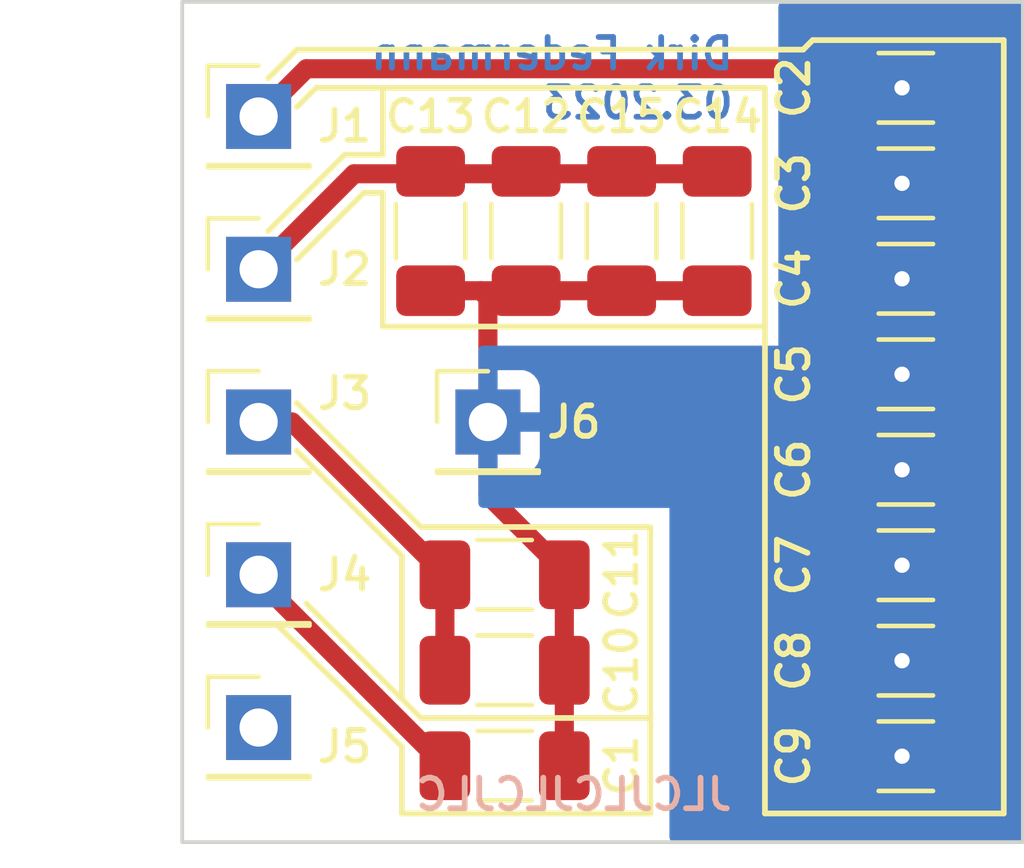
<source format=kicad_pcb>
(kicad_pcb (version 20221018) (generator pcbnew)
  (title_block (title "Capacitor Decadebox 1206") (date "2023-03-10") (rev "1"))
  (layers (0 "F.Cu" signal) (31 "B.Cu" signal) (34 "B.Paste" user) (35 "F.Paste" user) (36 "B.SilkS" user "B.Silkscreen") (37 "F.SilkS" user "F.Silkscreen") (38 "B.Mask" user) (39 "F.Mask" user) (44 "Edge.Cuts" user))
  (net 0 "")
  (net 1 "/1")
  (net 2 "Net-(C1-Pad2)")
  (net 3 "/8")
  (net 4 "/2")
  (net 5 "/4")
  (footprint "Capacitor_SMD:C_1206_3216Metric_Pad1.33x1.80mm_HandSolder" (layer "F.Cu") (at 153.0375 108.45)
    (fp_text reference "C9" (at -2.9375 0 90) (layer "F.SilkS") (effects (font (size 0.8 0.8))))
    (fp_text value "C")
    (fp_line (start -0.711252 -0.91) (end 0.711252 -0.91) (stroke (width 0.12)) (layer "F.SilkS"))
    (fp_line (start -0.711252 0.91) (end 0.711252 0.91) (stroke (width 0.12)) (layer "F.SilkS"))
    (pad "1" smd roundrect (at -1.5625 0) (size 1.325 1.8) (layers "F.Cu" "F.Paste" "F.Mask") (roundrect_rratio 0.1886792453) (net 3 "/8"))
    (pad "2" smd roundrect (at 1.5625 0) (size 1.325 1.8) (layers "F.Cu" "F.Paste" "F.Mask") (roundrect_rratio 0.1886792453) (net 2 "Net-(C1-Pad2)"))
  )
  (footprint "Capacitor_SMD:C_1206_3216Metric_Pad1.33x1.80mm_HandSolder" (layer "F.Cu") (at 153.0375 105.95)
    (fp_text reference "C8" (at -2.9375 0 90) (layer "F.SilkS") (effects (font (size 0.8 0.8))))
    (fp_text value "C")
    (fp_line (start -0.711252 -0.91) (end 0.711252 -0.91) (stroke (width 0.12)) (layer "F.SilkS"))
    (fp_line (start -0.711252 0.91) (end 0.711252 0.91) (stroke (width 0.12)) (layer "F.SilkS"))
    (pad "1" smd roundrect (at -1.5625 0) (size 1.325 1.8) (layers "F.Cu" "F.Paste" "F.Mask") (roundrect_rratio 0.1886792453) (net 3 "/8"))
    (pad "2" smd roundrect (at 1.5625 0) (size 1.325 1.8) (layers "F.Cu" "F.Paste" "F.Mask") (roundrect_rratio 0.1886792453) (net 2 "Net-(C1-Pad2)"))
  )
  (footprint "Capacitor_SMD:C_1206_3216Metric_Pad1.33x1.80mm_HandSolder" (layer "F.Cu") (at 143.1 94.7 -90)
    (fp_text reference "C12" (at -3 0) (layer "F.SilkS") (effects (font (size 0.8 0.8))))
    (fp_text value "C")
    (fp_line (start -0.711252 -0.91) (end 0.711252 -0.91) (stroke (width 0.12)) (layer "F.SilkS"))
    (fp_line (start -0.711252 0.91) (end 0.711252 0.91) (stroke (width 0.12)) (layer "F.SilkS"))
    (pad "1" smd roundrect (at -1.5625 0 270) (size 1.325 1.8) (layers "F.Cu" "F.Paste" "F.Mask") (roundrect_rratio 0.1886792453) (net 5 "/4"))
    (pad "2" smd roundrect (at 1.5625 0 270) (size 1.325 1.8) (layers "F.Cu" "F.Paste" "F.Mask") (roundrect_rratio 0.1886792453) (net 2 "Net-(C1-Pad2)"))
  )
  (footprint "Connector_PinHeader_2.54mm:PinHeader_1x01_P2.54mm_Vertical" (layer "F.Cu") (at 136.1 103.7)
    (fp_text reference "J4" (at 2.25 0) (layer "F.SilkS") (effects (font (size 0.8 0.8))))
    (fp_text value "Conn_01x01_Male")
    (fp_line (start -1.33 -1.33) (end 0 -1.33) (stroke (width 0.12)) (layer "F.SilkS"))
    (fp_line (start -1.33 0) (end -1.33 -1.33) (stroke (width 0.12)) (layer "F.SilkS"))
    (fp_line (start -1.33 1.27) (end -1.33 1.33) (stroke (width 0.12)) (layer "F.SilkS"))
    (fp_line (start -1.33 1.27) (end 1.33 1.27) (stroke (width 0.12)) (layer "F.SilkS"))
    (fp_line (start -1.33 1.33) (end 1.33 1.33) (stroke (width 0.12)) (layer "F.SilkS"))
    (fp_line (start 1.33 1.27) (end 1.33 1.33) (stroke (width 0.12)) (layer "F.SilkS"))
    (pad "1" thru_hole rect (at 0 0) (size 1.7 1.7) (drill 1) (layers "*.Cu" "*.Mask") (net 1 "/1"))
  )
  (footprint "Connector_PinHeader_2.54mm:PinHeader_1x01_P2.54mm_Vertical" (layer "F.Cu") (at 136.1 107.7)
    (fp_text reference "J5" (at 2.25 0.5) (layer "F.SilkS") (effects (font (size 0.8 0.8))))
    (fp_text value "Conn_01x01_Male")
    (fp_line (start -1.33 -1.33) (end 0 -1.33) (stroke (width 0.12)) (layer "F.SilkS"))
    (fp_line (start -1.33 0) (end -1.33 -1.33) (stroke (width 0.12)) (layer "F.SilkS"))
    (fp_line (start -1.33 1.27) (end -1.33 1.33) (stroke (width 0.12)) (layer "F.SilkS"))
    (fp_line (start -1.33 1.27) (end 1.33 1.27) (stroke (width 0.12)) (layer "F.SilkS"))
    (fp_line (start -1.33 1.33) (end 1.33 1.33) (stroke (width 0.12)) (layer "F.SilkS"))
    (fp_line (start 1.33 1.27) (end 1.33 1.33) (stroke (width 0.12)) (layer "F.SilkS"))
    (pad "1" thru_hole rect (at 0 0) (size 1.7 1.7) (drill 1) (layers "*.Cu" "*.Mask"))
  )
  (footprint "Capacitor_SMD:C_1206_3216Metric_Pad1.33x1.80mm_HandSolder" (layer "F.Cu") (at 145.6 94.7 -90)
    (fp_text reference "C15" (at -3 0 180) (layer "F.SilkS") (effects (font (size 0.8 0.8))))
    (fp_text value "C")
    (fp_line (start -0.711252 -0.91) (end 0.711252 -0.91) (stroke (width 0.12)) (layer "F.SilkS"))
    (fp_line (start -0.711252 0.91) (end 0.711252 0.91) (stroke (width 0.12)) (layer "F.SilkS"))
    (pad "1" smd roundrect (at -1.5625 0 270) (size 1.325 1.8) (layers "F.Cu" "F.Paste" "F.Mask") (roundrect_rratio 0.1886792453) (net 5 "/4"))
    (pad "2" smd roundrect (at 1.5625 0 270) (size 1.325 1.8) (layers "F.Cu" "F.Paste" "F.Mask") (roundrect_rratio 0.1886792453) (net 2 "Net-(C1-Pad2)"))
  )
  (footprint "Capacitor_SMD:C_1206_3216Metric_Pad1.33x1.80mm_HandSolder" (layer "F.Cu") (at 140.6 94.7 -90)
    (fp_text reference "C13" (at -3 0 180) (layer "F.SilkS") (effects (font (size 0.8 0.8))))
    (fp_text value "C")
    (fp_line (start -0.711252 -0.91) (end 0.711252 -0.91) (stroke (width 0.12)) (layer "F.SilkS"))
    (fp_line (start -0.711252 0.91) (end 0.711252 0.91) (stroke (width 0.12)) (layer "F.SilkS"))
    (pad "1" smd roundrect (at -1.5625 0 270) (size 1.325 1.8) (layers "F.Cu" "F.Paste" "F.Mask") (roundrect_rratio 0.1886792453) (net 5 "/4"))
    (pad "2" smd roundrect (at 1.5625 0 270) (size 1.325 1.8) (layers "F.Cu" "F.Paste" "F.Mask") (roundrect_rratio 0.1886792453) (net 2 "Net-(C1-Pad2)"))
  )
  (footprint "Connector_PinHeader_2.54mm:PinHeader_1x01_P2.54mm_Vertical" (layer "F.Cu") (at 136.1 91.7)
    (fp_text reference "J1" (at 2.25 0.25) (layer "F.SilkS") (effects (font (size 0.8 0.8))))
    (fp_text value "Conn_01x01_Male")
    (fp_line (start -1.33 -1.33) (end 0 -1.33) (stroke (width 0.12)) (layer "F.SilkS"))
    (fp_line (start -1.33 0) (end -1.33 -1.33) (stroke (width 0.12)) (layer "F.SilkS"))
    (fp_line (start -1.33 1.27) (end -1.33 1.33) (stroke (width 0.12)) (layer "F.SilkS"))
    (fp_line (start -1.33 1.27) (end 1.33 1.27) (stroke (width 0.12)) (layer "F.SilkS"))
    (fp_line (start -1.33 1.33) (end 1.33 1.33) (stroke (width 0.12)) (layer "F.SilkS"))
    (fp_line (start 1.33 1.27) (end 1.33 1.33) (stroke (width 0.12)) (layer "F.SilkS"))
    (pad "1" thru_hole rect (at 0 0) (size 1.7 1.7) (drill 1) (layers "*.Cu" "*.Mask") (net 3 "/8"))
  )
  (footprint "Connector_PinHeader_2.54mm:PinHeader_1x01_P2.54mm_Vertical" (layer "F.Cu") (at 142.1 99.7)
    (fp_text reference "J6" (at 2.25 0) (layer "F.SilkS") (effects (font (size 0.8 0.8))))
    (fp_text value "Conn_01x01_Male")
    (fp_line (start -1.33 -1.33) (end 0 -1.33) (stroke (width 0.12)) (layer "F.SilkS"))
    (fp_line (start -1.33 0) (end -1.33 -1.33) (stroke (width 0.12)) (layer "F.SilkS"))
    (fp_line (start -1.33 1.27) (end -1.33 1.33) (stroke (width 0.12)) (layer "F.SilkS"))
    (fp_line (start -1.33 1.27) (end 1.33 1.27) (stroke (width 0.12)) (layer "F.SilkS"))
    (fp_line (start -1.33 1.33) (end 1.33 1.33) (stroke (width 0.12)) (layer "F.SilkS"))
    (fp_line (start 1.33 1.27) (end 1.33 1.33) (stroke (width 0.12)) (layer "F.SilkS"))
    (pad "1" thru_hole rect (at 0 0) (size 1.7 1.7) (drill 1) (layers "*.Cu" "*.Mask") (net 2 "Net-(C1-Pad2)"))
  )
  (footprint "Capacitor_SMD:C_1206_3216Metric_Pad1.33x1.80mm_HandSolder" (layer "F.Cu") (at 142.5375 106.2)
    (fp_text reference "C10" (at 3.0625 0 90) (layer "F.SilkS") (effects (font (size 0.8 0.8))))
    (fp_text value "C")
    (fp_line (start -0.711252 -0.91) (end 0.711252 -0.91) (stroke (width 0.12)) (layer "F.SilkS"))
    (fp_line (start -0.711252 0.91) (end 0.711252 0.91) (stroke (width 0.12)) (layer "F.SilkS"))
    (pad "1" smd roundrect (at -1.5625 0) (size 1.325 1.8) (layers "F.Cu" "F.Paste" "F.Mask") (roundrect_rratio 0.1886792453) (net 4 "/2"))
    (pad "2" smd roundrect (at 1.5625 0) (size 1.325 1.8) (layers "F.Cu" "F.Paste" "F.Mask") (roundrect_rratio 0.1886792453) (net 2 "Net-(C1-Pad2)"))
  )
  (footprint "Capacitor_SMD:C_1206_3216Metric_Pad1.33x1.80mm_HandSolder" (layer "F.Cu") (at 148.1 94.7 -90)
    (fp_text reference "C14" (at -3 0 180) (layer "F.SilkS") (effects (font (size 0.8 0.8))))
    (fp_text value "C")
    (fp_line (start -0.711252 -0.91) (end 0.711252 -0.91) (stroke (width 0.12)) (layer "F.SilkS"))
    (fp_line (start -0.711252 0.91) (end 0.711252 0.91) (stroke (width 0.12)) (layer "F.SilkS"))
    (pad "1" smd roundrect (at -1.5625 0 270) (size 1.325 1.8) (layers "F.Cu" "F.Paste" "F.Mask") (roundrect_rratio 0.1886792453) (net 5 "/4"))
    (pad "2" smd roundrect (at 1.5625 0 270) (size 1.325 1.8) (layers "F.Cu" "F.Paste" "F.Mask") (roundrect_rratio 0.1886792453) (net 2 "Net-(C1-Pad2)"))
  )
  (footprint "Capacitor_SMD:C_1206_3216Metric_Pad1.33x1.80mm_HandSolder" (layer "F.Cu") (at 153.0375 103.45)
    (fp_text reference "C7" (at -2.9375 0 90) (layer "F.SilkS") (effects (font (size 0.8 0.8))))
    (fp_text value "C")
    (fp_line (start -0.711252 -0.91) (end 0.711252 -0.91) (stroke (width 0.12)) (layer "F.SilkS"))
    (fp_line (start -0.711252 0.91) (end 0.711252 0.91) (stroke (width 0.12)) (layer "F.SilkS"))
    (pad "1" smd roundrect (at -1.5625 0) (size 1.325 1.8) (layers "F.Cu" "F.Paste" "F.Mask") (roundrect_rratio 0.1886792453) (net 3 "/8"))
    (pad "2" smd roundrect (at 1.5625 0) (size 1.325 1.8) (layers "F.Cu" "F.Paste" "F.Mask") (roundrect_rratio 0.1886792453) (net 2 "Net-(C1-Pad2)"))
  )
  (footprint "Capacitor_SMD:C_1206_3216Metric_Pad1.33x1.80mm_HandSolder" (layer "F.Cu") (at 153.0375 93.45)
    (fp_text reference "C3" (at -2.9375 0 90) (layer "F.SilkS") (effects (font (size 0.8 0.8))))
    (fp_text value "C")
    (fp_line (start -0.711252 -0.91) (end 0.711252 -0.91) (stroke (width 0.12)) (layer "F.SilkS"))
    (fp_line (start -0.711252 0.91) (end 0.711252 0.91) (stroke (width 0.12)) (layer "F.SilkS"))
    (pad "1" smd roundrect (at -1.5625 0) (size 1.325 1.8) (layers "F.Cu" "F.Paste" "F.Mask") (roundrect_rratio 0.1886792453) (net 3 "/8"))
    (pad "2" smd roundrect (at 1.5625 0) (size 1.325 1.8) (layers "F.Cu" "F.Paste" "F.Mask") (roundrect_rratio 0.1886792453) (net 2 "Net-(C1-Pad2)"))
  )
  (footprint "Connector_PinHeader_2.54mm:PinHeader_1x01_P2.54mm_Vertical" (layer "F.Cu") (at 136.1 99.7)
    (fp_text reference "J3" (at 2.25 -0.75) (layer "F.SilkS") (effects (font (size 0.8 0.8))))
    (fp_text value "Conn_01x01_Male")
    (fp_line (start -1.33 -1.33) (end 0 -1.33) (stroke (width 0.12)) (layer "F.SilkS"))
    (fp_line (start -1.33 0) (end -1.33 -1.33) (stroke (width 0.12)) (layer "F.SilkS"))
    (fp_line (start -1.33 1.27) (end -1.33 1.33) (stroke (width 0.12)) (layer "F.SilkS"))
    (fp_line (start -1.33 1.27) (end 1.33 1.27) (stroke (width 0.12)) (layer "F.SilkS"))
    (fp_line (start -1.33 1.33) (end 1.33 1.33) (stroke (width 0.12)) (layer "F.SilkS"))
    (fp_line (start 1.33 1.27) (end 1.33 1.33) (stroke (width 0.12)) (layer "F.SilkS"))
    (pad "1" thru_hole rect (at 0 0) (size 1.7 1.7) (drill 1) (layers "*.Cu" "*.Mask") (net 4 "/2"))
  )
  (footprint "Capacitor_SMD:C_1206_3216Metric_Pad1.33x1.80mm_HandSolder" (layer "F.Cu") (at 153.0375 95.95)
    (fp_text reference "C4" (at -2.9375 0 90) (layer "F.SilkS") (effects (font (size 0.8 0.8))))
    (fp_text value "C")
    (fp_line (start -0.711252 -0.91) (end 0.711252 -0.91) (stroke (width 0.12)) (layer "F.SilkS"))
    (fp_line (start -0.711252 0.91) (end 0.711252 0.91) (stroke (width 0.12)) (layer "F.SilkS"))
    (pad "1" smd roundrect (at -1.5625 0) (size 1.325 1.8) (layers "F.Cu" "F.Paste" "F.Mask") (roundrect_rratio 0.1886792453) (net 3 "/8"))
    (pad "2" smd roundrect (at 1.5625 0) (size 1.325 1.8) (layers "F.Cu" "F.Paste" "F.Mask") (roundrect_rratio 0.1886792453) (net 2 "Net-(C1-Pad2)"))
  )
  (footprint "Capacitor_SMD:C_1206_3216Metric_Pad1.33x1.80mm_HandSolder" (layer "F.Cu") (at 153.0375 90.95)
    (fp_text reference "C2" (at -2.9375 0 90) (layer "F.SilkS") (effects (font (size 0.8 0.8))))
    (fp_text value "C")
    (fp_line (start -0.711252 -0.91) (end 0.711252 -0.91) (stroke (width 0.12)) (layer "F.SilkS"))
    (fp_line (start -0.711252 0.91) (end 0.711252 0.91) (stroke (width 0.12)) (layer "F.SilkS"))
    (pad "1" smd roundrect (at -1.5625 0) (size 1.325 1.8) (layers "F.Cu" "F.Paste" "F.Mask") (roundrect_rratio 0.1886792453) (net 3 "/8"))
    (pad "2" smd roundrect (at 1.5625 0) (size 1.325 1.8) (layers "F.Cu" "F.Paste" "F.Mask") (roundrect_rratio 0.1886792453) (net 2 "Net-(C1-Pad2)"))
  )
  (footprint "Capacitor_SMD:C_1206_3216Metric_Pad1.33x1.80mm_HandSolder" (layer "F.Cu") (at 153.0375 100.95)
    (fp_text reference "C6" (at -2.9375 0 90) (layer "F.SilkS") (effects (font (size 0.8 0.8))))
    (fp_text value "C")
    (fp_line (start -0.711252 -0.91) (end 0.711252 -0.91) (stroke (width 0.12)) (layer "F.SilkS"))
    (fp_line (start -0.711252 0.91) (end 0.711252 0.91) (stroke (width 0.12)) (layer "F.SilkS"))
    (pad "1" smd roundrect (at -1.5625 0) (size 1.325 1.8) (layers "F.Cu" "F.Paste" "F.Mask") (roundrect_rratio 0.1886792453) (net 3 "/8"))
    (pad "2" smd roundrect (at 1.5625 0) (size 1.325 1.8) (layers "F.Cu" "F.Paste" "F.Mask") (roundrect_rratio 0.1886792453) (net 2 "Net-(C1-Pad2)"))
  )
  (footprint "Capacitor_SMD:C_1206_3216Metric_Pad1.33x1.80mm_HandSolder" (layer "F.Cu") (at 142.5375 103.7)
    (fp_text reference "C11" (at 3.0625 0 90) (layer "F.SilkS") (effects (font (size 0.8 0.8))))
    (fp_text value "C")
    (fp_line (start -0.711252 -0.91) (end 0.711252 -0.91) (stroke (width 0.12)) (layer "F.SilkS"))
    (fp_line (start -0.711252 0.91) (end 0.711252 0.91) (stroke (width 0.12)) (layer "F.SilkS"))
    (pad "1" smd roundrect (at -1.5625 0) (size 1.325 1.8) (layers "F.Cu" "F.Paste" "F.Mask") (roundrect_rratio 0.1886792453) (net 4 "/2"))
    (pad "2" smd roundrect (at 1.5625 0) (size 1.325 1.8) (layers "F.Cu" "F.Paste" "F.Mask") (roundrect_rratio 0.1886792453) (net 2 "Net-(C1-Pad2)"))
  )
  (footprint "Connector_PinHeader_2.54mm:PinHeader_1x01_P2.54mm_Vertical" (layer "F.Cu") (at 136.1 95.7)
    (fp_text reference "J2" (at 2.25 0) (layer "F.SilkS") (effects (font (size 0.8 0.8))))
    (fp_text value "Conn_01x01_Male")
    (fp_line (start -1.33 -1.33) (end 0 -1.33) (stroke (width 0.12)) (layer "F.SilkS"))
    (fp_line (start -1.33 0) (end -1.33 -1.33) (stroke (width 0.12)) (layer "F.SilkS"))
    (fp_line (start -1.33 1.27) (end -1.33 1.33) (stroke (width 0.12)) (layer "F.SilkS"))
    (fp_line (start -1.33 1.27) (end 1.33 1.27) (stroke (width 0.12)) (layer "F.SilkS"))
    (fp_line (start -1.33 1.33) (end 1.33 1.33) (stroke (width 0.12)) (layer "F.SilkS"))
    (fp_line (start 1.33 1.27) (end 1.33 1.33) (stroke (width 0.12)) (layer "F.SilkS"))
    (pad "1" thru_hole rect (at 0 0) (size 1.7 1.7) (drill 1) (layers "*.Cu" "*.Mask") (net 5 "/4"))
  )
  (footprint "Capacitor_SMD:C_1206_3216Metric_Pad1.33x1.80mm_HandSolder" (layer "F.Cu") (at 153.0375 98.45)
    (fp_text reference "C5" (at -2.9375 0 90) (layer "F.SilkS") (effects (font (size 0.8 0.8))))
    (fp_text value "C")
    (fp_line (start -0.711252 -0.91) (end 0.711252 -0.91) (stroke (width 0.12)) (layer "F.SilkS"))
    (fp_line (start -0.711252 0.91) (end 0.711252 0.91) (stroke (width 0.12)) (layer "F.SilkS"))
    (pad "1" smd roundrect (at -1.5625 0) (size 1.325 1.8) (layers "F.Cu" "F.Paste" "F.Mask") (roundrect_rratio 0.1886792453) (net 3 "/8"))
    (pad "2" smd roundrect (at 1.5625 0) (size 1.325 1.8) (layers "F.Cu" "F.Paste" "F.Mask") (roundrect_rratio 0.1886792453) (net 2 "Net-(C1-Pad2)"))
  )
  (footprint "Capacitor_SMD:C_1206_3216Metric_Pad1.33x1.80mm_HandSolder" (layer "F.Cu") (at 142.5375 108.7)
    (fp_text reference "C1" (at 3.0625 0 90) (layer "F.SilkS") (effects (font (size 0.8 0.8))))
    (fp_text value "C")
    (fp_line (start -0.711252 -0.91) (end 0.711252 -0.91) (stroke (width 0.12)) (layer "F.SilkS"))
    (fp_line (start -0.711252 0.91) (end 0.711252 0.91) (stroke (width 0.12)) (layer "F.SilkS"))
    (pad "1" smd roundrect (at -1.5625 0) (size 1.325 1.8) (layers "F.Cu" "F.Paste" "F.Mask") (roundrect_rratio 0.1886792453) (net 1 "/1"))
    (pad "2" smd roundrect (at 1.5625 0) (size 1.325 1.8) (layers "F.Cu" "F.Paste" "F.Mask") (roundrect_rratio 0.1886792453) (net 2 "Net-(C1-Pad2)"))
  )
  (gr_line (start 138.35 92.7) (end 136.35 94.7) (stroke (width 0.15)) (layer "F.SilkS"))
  (gr_line (start 146.35 109.95) (end 139.85 109.95) (stroke (width 0.15)) (layer "F.SilkS"))
  (gr_line (start 140.35 107.45) (end 146.35 107.45) (stroke (width 0.15)) (layer "F.SilkS"))
  (gr_line (start 139.85 103.2) (end 139.85 106.95) (stroke (width 0.15)) (layer "F.SilkS"))
  (gr_line (start 137.1 89.95) (end 136.35 90.7) (stroke (width 0.15)) (layer "F.SilkS"))
  (gr_line (start 139.35 92.7) (end 138.35 92.7) (stroke (width 0.15)) (layer "F.SilkS"))
  (gr_line (start 139.85 106.95) (end 137.35 104.45) (stroke (width 0.15)) (layer "F.SilkS"))
  (gr_line (start 146.35 107.45) (end 146.35 102.45) (stroke (width 0.15)) (layer "F.SilkS"))
  (gr_line (start 155.6 109.95) (end 149.35 109.95) (stroke (width 0.15)) (layer "F.SilkS"))
  (gr_line (start 139.85 103.2) (end 137.1 100.45) (stroke (width 0.15)) (layer "F.SilkS"))
  (gr_line (start 139.85 108.2) (end 136.6 105.03) (stroke (width 0.15)) (layer "F.SilkS"))
  (gr_line (start 155.6 89.7) (end 155.6 109.95) (stroke (width 0.15)) (layer "F.SilkS"))
  (gr_line (start 139.35 93.7) (end 139.35 97.2) (stroke (width 0.15)) (layer "F.SilkS"))
  (gr_line (start 139.35 90.95) (end 137.6 90.95) (stroke (width 0.15)) (layer "F.SilkS"))
  (gr_line (start 139.85 106.95) (end 140.35 107.45) (stroke (width 0.15)) (layer "F.SilkS"))
  (gr_line (start 150.6 89.7) (end 155.6 89.7) (stroke (width 0.15)) (layer "F.SilkS"))
  (gr_line (start 139.85 109.95) (end 139.85 108.2) (stroke (width 0.15)) (layer "F.SilkS"))
  (gr_line (start 146.35 102.45) (end 140.35 102.45) (stroke (width 0.15)) (layer "F.SilkS"))
  (gr_line (start 149.35 97.2) (end 139.35 97.2) (stroke (width 0.15)) (layer "F.SilkS"))
  (gr_line (start 140.35 102.45) (end 137.1 99.2) (stroke (width 0.15)) (layer "F.SilkS"))
  (gr_line (start 149.35 90.95) (end 149.35 109.95) (stroke (width 0.15)) (layer "F.SilkS"))
  (gr_line (start 139.35 90.95) (end 149.35 90.95) (stroke (width 0.15)) (layer "F.SilkS"))
  (gr_line (start 137.6 90.95) (end 137.1 91.45) (stroke (width 0.15)) (layer "F.SilkS"))
  (gr_line (start 150.6 89.7) (end 150.35 89.95) (stroke (width 0.15)) (layer "F.SilkS"))
  (gr_line (start 138.85 93.7) (end 137.1 95.45) (stroke (width 0.15)) (layer "F.SilkS"))
  (gr_line (start 139.35 92.7) (end 139.35 90.95) (stroke (width 0.15)) (layer "F.SilkS"))
  (gr_line (start 150.35 89.95) (end 137.1 89.95) (stroke (width 0.15)) (layer "F.SilkS"))
  (gr_line (start 139.35 93.7) (end 138.85 93.7) (stroke (width 0.15)) (layer "F.SilkS"))
  (gr_line (start 146.35 107.45) (end 146.35 109.95) (stroke (width 0.15)) (layer "F.SilkS"))
  (gr_line (start 134.1 88.7) (end 156.1 88.7) (stroke (width 0.1)) (layer "Edge.Cuts"))
  (gr_line (start 156.1 88.7) (end 156.1 110.7) (stroke (width 0.1)) (layer "Edge.Cuts"))
  (gr_line (start 156.1 110.7) (end 134.1 110.7) (stroke (width 0.1)) (layer "Edge.Cuts"))
  (gr_line (start 134.1 88.7) (end 134.1 110.7) (stroke (width 0.1)) (layer "Edge.Cuts"))
  (gr_text "Dirk Federmann\n03.2023" (at 148.6 90.7) (layer "B.Cu") (effects (font (size 0.8 0.8)) (justify left mirror)))
  (gr_text "JLCJLCJLCJLC" (at 144.35 109.45) (layer "B.SilkS") (effects (font (size 0.8 0.8)) (justify mirror)))
  (segment (start 140.975 108.7) (end 136.1 103.825) (width 0.5) (layer "F.Cu") (net 1))
  (segment (start 136.1 103.825) (end 136.1 103.7) (width 0.5) (layer "F.Cu") (net 1))
  (segment (start 142.1 96.45) (end 141.9125 96.2625) (width 0.5) (layer "F.Cu") (net 2))
  (segment (start 154.6 103.45) (end 152.9375 103.45) (width 0.5) (layer "F.Cu") (net 2))
  (segment (start 154.6 100.95) (end 152.9375 100.95) (width 0.5) (layer "F.Cu") (net 2))
  (segment (start 140.6 96.2625) (end 141.9125 96.2625) (width 0.5) (layer "F.Cu") (net 2))
  (segment (start 144.1 103.7) (end 144.1 103.6125) (width 0.5) (layer "F.Cu") (net 2))
  (segment (start 142.1 101.6125) (end 142.1 99.7) (width 0.5) (layer "F.Cu") (net 2))
  (segment (start 154.6 105.95) (end 152.9375 105.95) (width 0.5) (layer "F.Cu") (net 2))
  (segment (start 154.6 108.45) (end 152.9375 108.45) (width 0.5) (layer "F.Cu") (net 2))
  (segment (start 142.1 99.7) (end 142.1 96.45) (width 0.5) (layer "F.Cu") (net 2))
  (segment (start 154.6 95.95) (end 152.9375 95.95) (width 0.5) (layer "F.Cu") (net 2))
  (segment (start 144.1 103.6125) (end 142.1 101.6125) (width 0.5) (layer "F.Cu") (net 2))
  (segment (start 141.9125 96.2625) (end 148.1 96.2625) (width 0.5) (layer "F.Cu") (net 2))
  (segment (start 154.6 90.95) (end 152.9375 90.95) (width 0.5) (layer "F.Cu") (net 2))
  (segment (start 154.6 98.45) (end 152.9375 98.45) (width 0.5) (layer "F.Cu") (net 2))
  (segment (start 144.1 108.7) (end 144.1 103.7) (width 0.5) (layer "F.Cu") (net 2))
  (segment (start 154.6 93.45) (end 152.9375 93.45) (width 0.5) (layer "F.Cu") (net 2))
  (via (at 152.9375 105.95) (size 0.8) (drill 0.4) (layers "F.Cu" "B.Cu") (net 2))
  (via (at 152.9375 100.95) (size 0.8) (drill 0.4) (layers "F.Cu" "B.Cu") (net 2))
  (via (at 152.9375 93.45) (size 0.8) (drill 0.4) (layers "F.Cu" "B.Cu") (net 2))
  (via (at 152.9375 90.95) (size 0.8) (drill 0.4) (layers "F.Cu" "B.Cu") (net 2))
  (via (at 152.9375 95.95) (size 0.8) (drill 0.4) (layers "F.Cu" "B.Cu") (net 2))
  (via (at 152.9375 108.45) (size 0.8) (drill 0.4) (layers "F.Cu" "B.Cu") (net 2))
  (via (at 152.9375 98.45) (size 0.8) (drill 0.4) (layers "F.Cu" "B.Cu") (net 2))
  (via (at 152.9375 103.45) (size 0.8) (drill 0.4) (layers "F.Cu" "B.Cu") (net 2))
  (segment (start 142.1 99.7) (end 152.775 99.7) (width 0.5) (layer "B.Cu") (net 2))
  (segment (start 152.9375 90.95) (end 152.9375 99.5375) (width 0.5) (layer "B.Cu") (net 2))
  (segment (start 152.775 99.7) (end 152.9375 99.5375) (width 0.5) (layer "B.Cu") (net 2))
  (segment (start 152.9375 99.5375) (end 152.9375 108.45) (width 0.5) (layer "B.Cu") (net 2))
  (segment (start 137.35 90.45) (end 150.975 90.45) (width 0.5) (layer "F.Cu") (net 3))
  (segment (start 136.1 91.7) (end 137.35 90.45) (width 0.5) (layer "F.Cu") (net 3))
  (segment (start 151.475 90.95) (end 151.475 108.45) (width 0.5) (layer "F.Cu") (net 3))
  (segment (start 150.975 90.45) (end 151.475 90.95) (width 0.5) (layer "F.Cu") (net 3))
  (segment (start 140.975 106.2) (end 140.975 103.7) (width 0.5) (layer "F.Cu") (net 4))
  (segment (start 136.975 99.7) (end 136.1 99.7) (width 0.5) (layer "F.Cu") (net 4))
  (segment (start 140.975 103.7) (end 136.975 99.7) (width 0.5) (layer "F.Cu") (net 4))
  (segment (start 138.6 93.2) (end 148.0375 93.2) (width 0.5) (layer "F.Cu") (net 5))
  (segment (start 136.1 95.7) (end 136.1875 95.7) (width 0.5) (layer "F.Cu") (net 5))
  (segment (start 148.0375 93.2) (end 148.1 93.1375) (width 0.5) (layer "F.Cu") (net 5))
  (segment (start 136.1 95.7) (end 138.6 93.2) (width 0.5) (layer "F.Cu") (net 5))
  (zone (net 0) (net_name "") (layer "B.Cu") (connect_pads (clearance 0)) (min_thickness 0.254)
    (keepout (tracks not_allowed) (vias not_allowed) (pads not_allowed) (copperpour not_allowed) (footprints allowed))
    (fill (thermal_gap 0.508) (thermal_bridge_width 0.508))
    (polygon (pts (xy 149.7 97.7) (xy 141.85 97.7) (xy 141.85 101.95) (xy 146.85 101.95) (xy 146.85 110.7) (xy 138.1 110.7) (xy 138.1 88.7) (xy 149.7 88.7)))
  )
  (zone (net 2) (net_name "Net-(C1-Pad2)") (layer "B.Cu") (connect_pads (clearance 0.508)) (min_thickness 0.254) (fill yes (thermal_gap 0.508) (thermal_bridge_width 0.508))
    (polygon (pts (xy 156.1 110.7) (xy 134.1 110.7) (xy 134.1 88.7) (xy 156.1 88.7)))
  )
)
</source>
